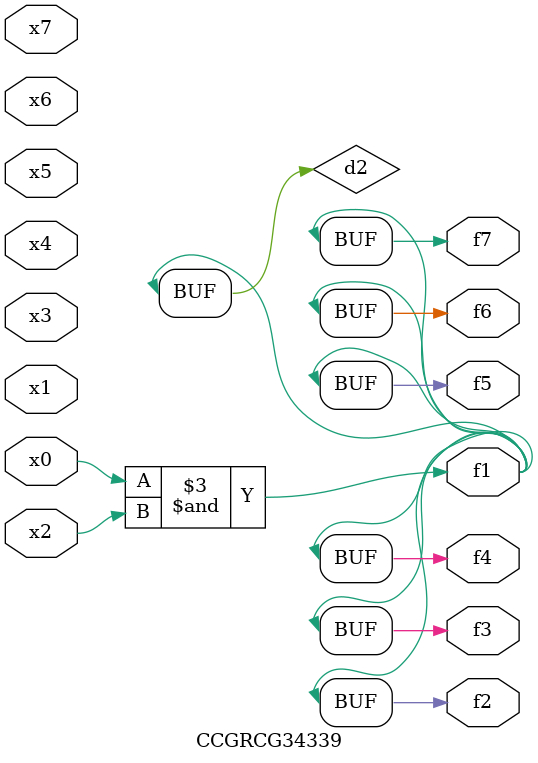
<source format=v>
module CCGRCG34339(
	input x0, x1, x2, x3, x4, x5, x6, x7,
	output f1, f2, f3, f4, f5, f6, f7
);

	wire d1, d2;

	nor (d1, x3, x6);
	and (d2, x0, x2);
	assign f1 = d2;
	assign f2 = d2;
	assign f3 = d2;
	assign f4 = d2;
	assign f5 = d2;
	assign f6 = d2;
	assign f7 = d2;
endmodule

</source>
